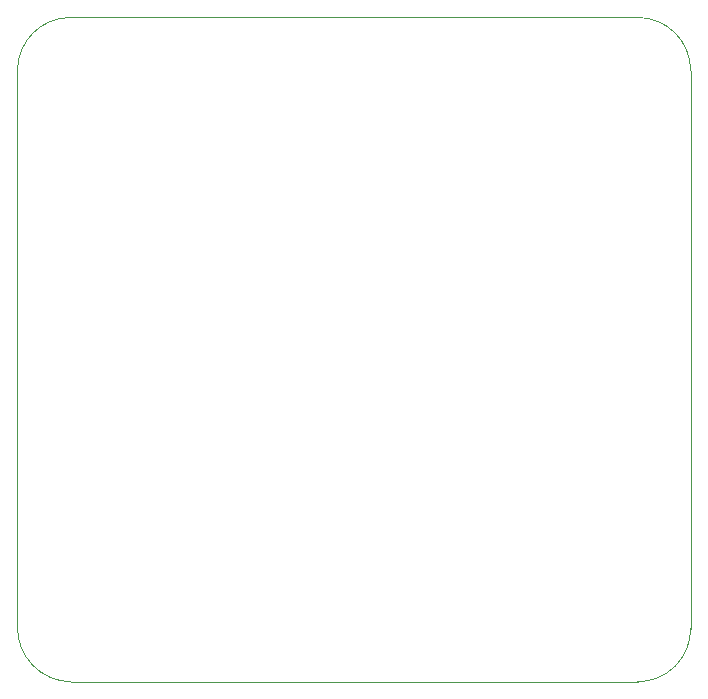
<source format=gbr>
%TF.GenerationSoftware,KiCad,Pcbnew,(6.0.10)*%
%TF.CreationDate,2023-08-29T00:03:06+02:00*%
%TF.ProjectId,Rentree ARES,52656e74-7265-4652-9041-5245532e6b69,rev?*%
%TF.SameCoordinates,Original*%
%TF.FileFunction,Profile,NP*%
%FSLAX46Y46*%
G04 Gerber Fmt 4.6, Leading zero omitted, Abs format (unit mm)*
G04 Created by KiCad (PCBNEW (6.0.10)) date 2023-08-29 00:03:06*
%MOMM*%
%LPD*%
G01*
G04 APERTURE LIST*
%TA.AperFunction,Profile*%
%ADD10C,0.100000*%
%TD*%
G04 APERTURE END LIST*
D10*
X96500000Y-86500000D02*
X96500000Y-133568019D01*
X149000000Y-82000000D02*
X101000000Y-82000000D01*
X153500000Y-133750000D02*
X153500000Y-86500000D01*
X149000000Y-138250000D02*
X101000000Y-138250000D01*
X149000000Y-138250000D02*
G75*
G03*
X153500000Y-133750000I0J4500000D01*
G01*
X96500001Y-133568019D02*
G75*
G03*
X101000000Y-138250000I4590990J-90991D01*
G01*
X101000000Y-82000000D02*
G75*
G03*
X96500000Y-86500000I-2J-4499998D01*
G01*
X153500000Y-86500000D02*
G75*
G03*
X149000000Y-82000000I-4500000J0D01*
G01*
M02*

</source>
